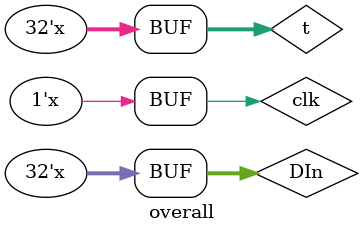
<source format=v>
module overall();
	
	integer t;
	reg clk, reset;
	reg [31:0] DIn;
	wire [31:0] DOut;
	
	main sys(
		.clk(clk),
		.reset(reset),
		.DIn(DIn),
		.DOut(DOut)
	);
	
	initial begin
		t = 0;
		clk = 0;
		reset = 1;
		DIn = 32'h19071110;
	end

	always begin
		if(t === 10) reset = 0;
		if(t%1000 === 0) DIn = DIn - 32'h10000;
		t = t+1;
		clk = ~clk;
		#10;
	end
endmodule

</source>
